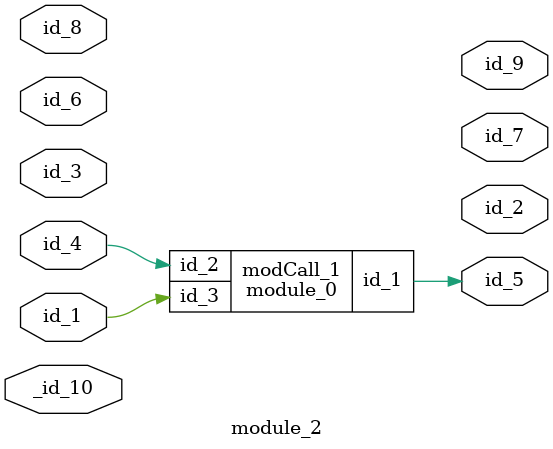
<source format=v>
module module_0 (
    id_1,
    id_2,
    id_3
);
  input wire id_3;
  input wire id_2;
  output wire id_1;
  wire id_4;
  ;
endmodule
module module_1 (
    id_1,
    id_2
);
  inout wire id_2;
  output wire id_1;
  wire id_3, id_4;
  module_0 modCall_1 (
      id_3,
      id_3,
      id_4
  );
  assign id_3 = id_3;
endmodule
module module_2 #(
    parameter id_10 = 32'd34
) (
    id_1,
    id_2,
    id_3,
    id_4,
    id_5,
    id_6,
    id_7,
    id_8,
    id_9,
    _id_10
);
  input wire _id_10;
  output wire id_9;
  input wire id_8;
  output wire id_7;
  inout wire id_6;
  module_0 modCall_1 (
      id_5,
      id_4,
      id_1
  );
  output wire id_5;
  input wire id_4;
  input wire id_3;
  output wire id_2;
  input wire id_1;
  wire [1 'b0 -  -1 : id_10] id_11;
endmodule

</source>
